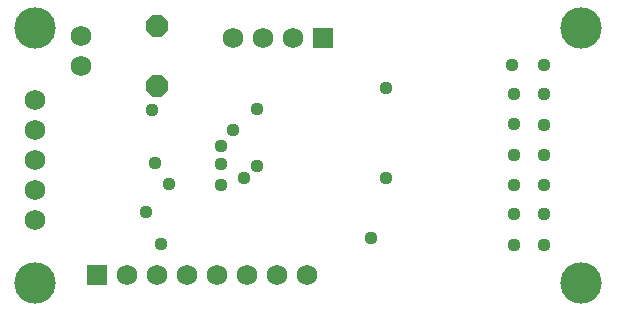
<source format=gbs>
G75*
G70*
%OFA0B0*%
%FSLAX24Y24*%
%IPPOS*%
%LPD*%
%AMOC8*
5,1,8,0,0,1.08239X$1,22.5*
%
%ADD10OC8,0.0710*%
%ADD11C,0.0680*%
%ADD12R,0.0680X0.0680*%
%ADD13C,0.1380*%
%ADD14C,0.0440*%
D10*
X005290Y007812D03*
X005290Y009812D03*
D11*
X002758Y009508D03*
X002758Y008508D03*
X001240Y007362D03*
X001240Y006362D03*
X001240Y005362D03*
X001240Y004362D03*
X001240Y003362D03*
X004290Y001512D03*
X005290Y001512D03*
X006290Y001512D03*
X007290Y001512D03*
X008290Y001512D03*
X009290Y001512D03*
X010290Y001512D03*
X009840Y009412D03*
X008840Y009412D03*
X007840Y009412D03*
D12*
X010840Y009412D03*
X003290Y001512D03*
D13*
X001240Y001262D03*
X001240Y009762D03*
X019440Y009762D03*
X019440Y001262D03*
D14*
X018190Y002512D03*
X017190Y002512D03*
X017190Y003562D03*
X018190Y003562D03*
X018190Y004512D03*
X017190Y004512D03*
X017190Y005512D03*
X018190Y005512D03*
X018190Y006512D03*
X017190Y006562D03*
X017190Y007562D03*
X018190Y007562D03*
X018190Y008512D03*
X017140Y008512D03*
X012940Y007762D03*
X008640Y007062D03*
X007840Y006362D03*
X007440Y005812D03*
X007440Y005212D03*
X008190Y004762D03*
X008640Y005162D03*
X007440Y004512D03*
X005690Y004562D03*
X005240Y005262D03*
X004940Y003612D03*
X005440Y002562D03*
X012440Y002762D03*
X012940Y004762D03*
X005140Y007012D03*
M02*

</source>
